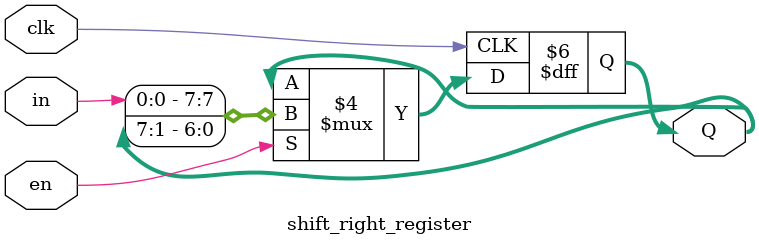
<source format=v>


module shift_right_register( in, en, Q, clk );

    input in, en, clk;
    output [7:0] Q;
    reg [7:0] Q;

    initial 
        Q = 8'b00000000;
    
    always @(posedge clk) begin
        if(en)
        begin
            Q = {in, Q[7:1]};
        end
    end
endmodule


</source>
